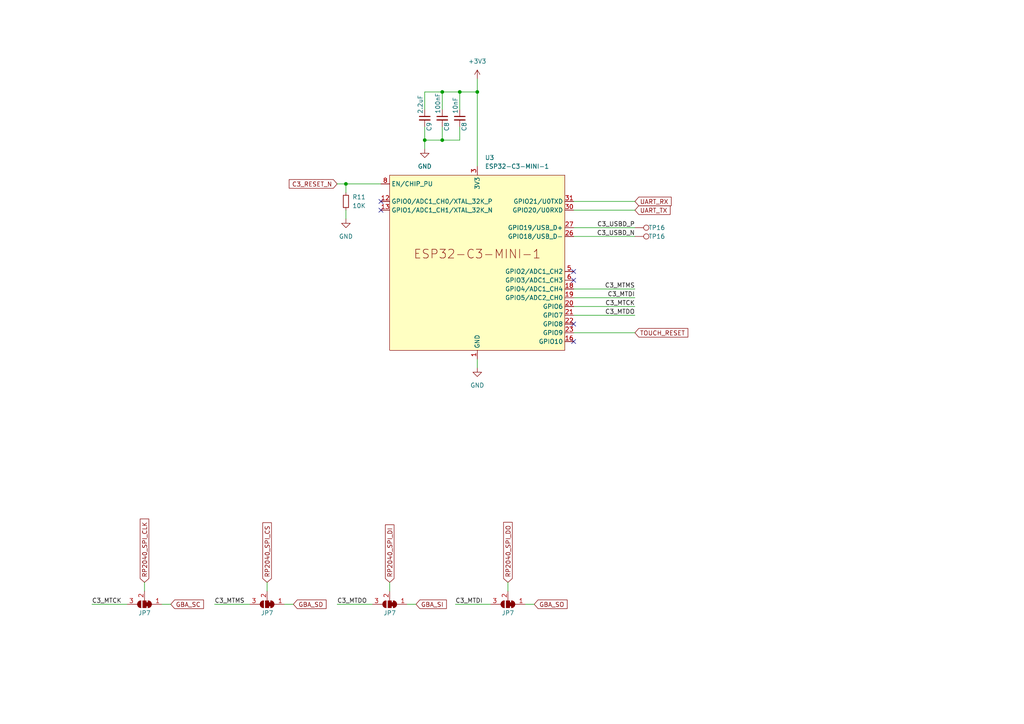
<source format=kicad_sch>
(kicad_sch (version 20230121) (generator eeschema)
  (paper "A4")
  (title_block (title "Kudzu") (date "2023-09-13") (rev "0"))
  (lib_symbols
    (symbol "Connector:TestPoint" (pin_numbers hide) (pin_names (offset 0.762) hide)
      (property "Reference" "TP" (at 0 6.858 0))
      (property "Value" "TestPoint" (at 0 5.08 0))
      (symbol "TestPoint_0_1"
        (circle (center 0 3.302) (radius 0.762))
      )
      (symbol "TestPoint_1_1"
        (pin passive line (at 0 0 90) (length 2.54) (name "1") (number "1"))
      )
    )
    (symbol "Device:C_Small" (pin_numbers hide) (pin_names (offset 0.254) hide)
      (property "Reference" "C" (at 0.254 1.778 0))
      (property "Value" "C_Small" (at 0.254 -2.032 0))
      (symbol "C_Small_0_1"
        (polyline (pts (xy -1.524 -0.508) (xy 1.524 -0.508)) (stroke (width 0.3302)))
        (polyline (pts (xy -1.524 0.508) (xy 1.524 0.508)) (stroke (width 0.3048)))
      )
      (symbol "C_Small_1_1"
        (pin passive line (at 0 2.54 270) (length 2.032) (name "~") (number "1"))
        (pin passive line (at 0 -2.54 90) (length 2.032) (name "~") (number "2"))
      )
    )
    (symbol "Device:R_Small" (pin_numbers hide) (pin_names (offset 0.254) hide)
      (property "Reference" "R" (at 0.762 0.508 0))
      (property "Value" "R_Small" (at 0.762 -1.016 0))
      (symbol "R_Small_0_1"
        (rectangle (start -0.762 1.778) (end 0.762 -1.778) (stroke (width 0.2032)))
      )
      (symbol "R_Small_1_1"
        (pin passive line (at 0 2.54 270) (length 0.762) (name "~") (number "1"))
        (pin passive line (at 0 -2.54 90) (length 0.762) (name "~") (number "2"))
      )
    )
    (symbol "Espressif:ESP32-C3-MINI-1"
      (property "Reference" "U" (at -25.4 30.48 0))
      (property "Value" "ESP32-C3-MINI-1" (at -25.4 27.94 0))
      (symbol "ESP32-C3-MINI-1_0_0"
        (text "ESP32-C3-MINI-1" (at 0 2.54 0) (effects (font (size 2.54 2.54))))
      )
      (symbol "ESP32-C3-MINI-1_0_1"
        (rectangle (start -25.4 25.4) (end 25.4 -25.4) (fill (type background)))
      )
      (symbol "ESP32-C3-MINI-1_1_1"
        (pin power_in line (at 0 -27.94 90) (length 2.54) (name "GND") (number "1"))
        (pin no_connect line (at -25.4 2.54 0) (length 2.54) hide (name "NC") (number "10"))
        (pin passive line (at 0 -27.94 90) (length 2.54) hide (name "GND") (number "11"))
        (pin bidirectional line (at -27.94 17.78 0) (length 2.54) (name "GPIO0/ADC1_CH0/XTAL_32K_P") (number "12"))
        (pin bidirectional line (at -27.94 15.24 0) (length 2.54) (name "GPIO1/ADC1_CH1/XTAL_32K_N") (number "13"))
        (pin passive line (at 0 -27.94 90) (length 2.54) hide (name "GND") (number "14"))
        (pin no_connect line (at -25.4 0 0) (length 2.54) hide (name "NC") (number "15"))
        (pin bidirectional line (at 27.94 -22.86 180) (length 2.54) (name "GPIO10") (number "16"))
        (pin no_connect line (at -25.4 -2.54 0) (length 2.54) hide (name "NC") (number "17"))
        (pin bidirectional line (at 27.94 -7.62 180) (length 2.54) (name "GPIO4/ADC1_CH4") (number "18"))
        (pin bidirectional line (at 27.94 -10.16 180) (length 2.54) (name "GPIO5/ADC2_CH0") (number "19"))
        (pin passive line (at 0 -27.94 90) (length 2.54) hide (name "GND") (number "2"))
        (pin bidirectional line (at 27.94 -12.7 180) (length 2.54) (name "GPIO6") (number "20"))
        (pin bidirectional line (at 27.94 -15.24 180) (length 2.54) (name "GPIO7") (number "21"))
        (pin bidirectional line (at 27.94 -17.78 180) (length 2.54) (name "GPIO8") (number "22"))
        (pin bidirectional line (at 27.94 -20.32 180) (length 2.54) (name "GPIO9") (number "23"))
        (pin no_connect line (at -25.4 -5.08 0) (length 2.54) hide (name "NC") (number "24"))
        (pin no_connect line (at -25.4 -7.62 0) (length 2.54) hide (name "NC") (number "25"))
        (pin bidirectional line (at 27.94 7.62 180) (length 2.54) (name "GPIO18/USB_D-") (number "26"))
        (pin bidirectional line (at 27.94 10.16 180) (length 2.54) (name "GPIO19/USB_D+") (number "27"))
        (pin no_connect line (at -25.4 -10.16 0) (length 2.54) hide (name "NC") (number "28"))
        (pin no_connect line (at -25.4 -12.7 0) (length 2.54) hide (name "NC") (number "29"))
        (pin power_in line (at 0 27.94 270) (length 2.54) (name "3V3") (number "3"))
        (pin bidirectional line (at 27.94 15.24 180) (length 2.54) (name "GPIO20/U0RXD") (number "30"))
        (pin bidirectional line (at 27.94 17.78 180) (length 2.54) (name "GPIO21/U0TXD") (number "31"))
        (pin no_connect line (at -25.4 -15.24 0) (length 2.54) hide (name "NC") (number "32"))
        (pin no_connect line (at -25.4 -17.78 0) (length 2.54) hide (name "NC") (number "33"))
        (pin no_connect line (at -25.4 -20.32 0) (length 2.54) hide (name "NC") (number "34"))
        (pin no_connect line (at -25.4 -22.86 0) (length 2.54) hide (name "NC") (number "35"))
        (pin passive line (at 0 -27.94 90) (length 2.54) hide (name "GND") (number "36"))
        (pin passive line (at 0 -27.94 90) (length 2.54) hide (name "GND") (number "37"))
        (pin passive line (at 0 -27.94 90) (length 2.54) hide (name "GND") (number "38"))
        (pin passive line (at 0 -27.94 90) (length 2.54) hide (name "GND") (number "39"))
        (pin no_connect line (at -25.4 10.16 0) (length 2.54) hide (name "NC") (number "4"))
        (pin passive line (at 0 -27.94 90) (length 2.54) hide (name "GND") (number "40"))
        (pin passive line (at 0 -27.94 90) (length 2.54) hide (name "GND") (number "41"))
        (pin passive line (at 0 -27.94 90) (length 2.54) hide (name "GND") (number "42"))
        (pin passive line (at 0 -27.94 90) (length 2.54) hide (name "GND") (number "43"))
        (pin passive line (at 0 -27.94 90) (length 2.54) hide (name "GND") (number "44"))
        (pin passive line (at 0 -27.94 90) (length 2.54) hide (name "GND") (number "45"))
        (pin passive line (at 0 -27.94 90) (length 2.54) hide (name "GND") (number "46"))
        (pin passive line (at 0 -27.94 90) (length 2.54) hide (name "GND") (number "47"))
        (pin passive line (at 0 -27.94 90) (length 2.54) hide (name "GND") (number "48"))
        (pin passive line (at 0 -27.94 90) (length 2.54) hide (name "GND") (number "49"))
        (pin bidirectional line (at 27.94 -2.54 180) (length 2.54) (name "GPIO2/ADC1_CH2") (number "5"))
        (pin passive line (at 0 -27.94 90) (length 2.54) hide (name "GND") (number "50"))
        (pin passive line (at 0 -27.94 90) (length 2.54) hide (name "GND") (number "51"))
        (pin passive line (at 0 -27.94 90) (length 2.54) hide (name "GND") (number "52"))
        (pin passive line (at 0 -27.94 90) (length 2.54) hide (name "GND") (number "53"))
        (pin bidirectional line (at 27.94 -5.08 180) (length 2.54) (name "GPIO3/ADC1_CH3") (number "6"))
        (pin no_connect line (at -25.4 7.62 0) (length 2.54) hide (name "NC") (number "7"))
        (pin input line (at -27.94 22.86 0) (length 2.54) (name "EN/CHIP_PU") (number "8"))
        (pin no_connect line (at -25.4 5.08 0) (length 2.54) hide (name "NC") (number "9"))
      )
    )
    (symbol "Jumper:SolderJumper_3_Bridged12" (pin_names (offset 0) hide)
      (property "Reference" "JP" (at -2.54 -2.54 0))
      (property "Value" "SolderJumper_3_Bridged12" (at 0 2.794 0))
      (symbol "SolderJumper_3_Bridged12_0_1"
        (rectangle (start -1.016 0.508) (end -0.508 -0.508) (fill (type outline)))
        (arc (start -1.016 1.016) (mid -2.0276 0) (end -1.016 -1.016))
        (arc (start -1.016 1.016) (mid -2.0276 0) (end -1.016 -1.016) (fill (type outline)))
        (rectangle (start -0.508 1.016) (end 0.508 -1.016) (fill (type outline)))
        (polyline (pts (xy -2.54 0) (xy -2.032 0)))
        (polyline (pts (xy -1.016 1.016) (xy -1.016 -1.016)))
        (polyline (pts (xy 0 -1.27) (xy 0 -1.016)))
        (polyline (pts (xy 1.016 1.016) (xy 1.016 -1.016)))
        (polyline (pts (xy 2.54 0) (xy 2.032 0)))
        (arc (start 1.016 -1.016) (mid 2.0276 0) (end 1.016 1.016))
        (arc (start 1.016 -1.016) (mid 2.0276 0) (end 1.016 1.016) (fill (type outline)))
      )
      (symbol "SolderJumper_3_Bridged12_1_1"
        (pin passive line (at -5.08 0 0) (length 2.54) (name "A") (number "1"))
        (pin passive line (at 0 -3.81 90) (length 2.54) (name "C") (number "2"))
        (pin passive line (at 5.08 0 180) (length 2.54) (name "B") (number "3"))
      )
    )
    (symbol "power:+3V3" (power) (pin_names (offset 0))
      (property "Value" "+3V3" (at 0 3.556 0))
      (symbol "+3V3_0_1"
        (polyline (pts (xy -0.762 1.27) (xy 0 2.54)))
        (polyline (pts (xy 0 0) (xy 0 2.54)))
        (polyline (pts (xy 0 2.54) (xy 0.762 1.27)))
      )
      (symbol "+3V3_1_1"
        (pin power_in line (at 0 0 90) (length 0) hide (name "+3V3") (number "1"))
      )
    )
    (symbol "power:GND" (power) (pin_names (offset 0))
      (property "Value" "GND" (at 0 -3.81 0))
      (symbol "GND_0_1"
        (polyline (pts (xy 0 0) (xy 0 -1.27) (xy 1.27 -1.27) (xy 0 -2.54) (xy -1.27 -1.27) (xy 0 -1.27)))
      )
      (symbol "GND_1_1"
        (pin power_in line (at 0 0 270) (length 0) hide (name "GND") (number "1"))
      )
    )
  )
  (junction (at 128.27 40.64))
  (junction (at 100.33 53.34))
  (junction (at 128.27 26.67))
  (junction (at 133.35 26.67))
  (junction (at 123.19 40.64))
  (junction (at 138.43 26.67))
  (no_connect (at 110.49 58.42))
  (no_connect (at 110.49 60.96))
  (no_connect (at 166.37 93.98))
  (no_connect (at 166.37 78.74))
  (no_connect (at 166.37 99.06))
  (no_connect (at 166.37 81.28))
  (wire (pts (xy 26.67 175.26) (xy 36.83 175.26)))
  (wire (pts (xy 138.43 104.14) (xy 138.43 106.68)))
  (wire (pts (xy 118.11 175.26) (xy 120.65 175.26)))
  (wire (pts (xy 128.27 26.67) (xy 133.35 26.67)))
  (wire (pts (xy 138.43 26.67) (xy 138.43 48.26)))
  (wire (pts (xy 41.91 168.91) (xy 41.91 171.45)))
  (wire (pts (xy 152.4 175.26) (xy 154.94 175.26)))
  (wire (pts (xy 166.37 88.9) (xy 184.15 88.9)))
  (wire (pts (xy 123.19 31.75) (xy 123.19 26.67)))
  (wire (pts (xy 100.33 53.34) (xy 110.49 53.34)))
  (wire (pts (xy 82.55 175.26) (xy 85.09 175.26)))
  (wire (pts (xy 100.33 60.96) (xy 100.33 63.5)))
  (wire (pts (xy 100.33 53.34) (xy 100.33 55.88)))
  (wire (pts (xy 166.37 96.52) (xy 184.15 96.52)))
  (wire (pts (xy 123.19 36.83) (xy 123.19 40.64)))
  (wire (pts (xy 97.79 175.26) (xy 107.95 175.26)))
  (wire (pts (xy 166.37 91.44) (xy 184.15 91.44)))
  (wire (pts (xy 166.37 86.36) (xy 184.15 86.36)))
  (wire (pts (xy 166.37 68.58) (xy 184.15 68.58)))
  (wire (pts (xy 46.99 175.26) (xy 49.53 175.26)))
  (wire (pts (xy 128.27 40.64) (xy 133.35 40.64)))
  (wire (pts (xy 147.32 168.91) (xy 147.32 171.45)))
  (wire (pts (xy 113.03 168.91) (xy 113.03 171.45)))
  (wire (pts (xy 166.37 66.04) (xy 184.15 66.04)))
  (wire (pts (xy 138.43 22.86) (xy 138.43 26.67)))
  (wire (pts (xy 166.37 58.42) (xy 184.15 58.42)))
  (wire (pts (xy 123.19 40.64) (xy 123.19 43.18)))
  (wire (pts (xy 166.37 60.96) (xy 184.15 60.96)))
  (wire (pts (xy 97.79 53.34) (xy 100.33 53.34)))
  (wire (pts (xy 133.35 26.67) (xy 133.35 31.75)))
  (wire (pts (xy 133.35 26.67) (xy 138.43 26.67)))
  (wire (pts (xy 133.35 40.64) (xy 133.35 36.83)))
  (wire (pts (xy 166.37 83.82) (xy 184.15 83.82)))
  (wire (pts (xy 132.08 175.26) (xy 142.24 175.26)))
  (wire (pts (xy 123.19 26.67) (xy 128.27 26.67)))
  (wire (pts (xy 62.23 175.26) (xy 72.39 175.26)))
  (wire (pts (xy 128.27 36.83) (xy 128.27 40.64)))
  (wire (pts (xy 128.27 26.67) (xy 128.27 31.75)))
  (wire (pts (xy 77.47 168.91) (xy 77.47 171.45)))
  (wire (pts (xy 123.19 40.64) (xy 128.27 40.64)))
  (label "C3_MTCK" (at 184.15 88.9 180))
  (label "C3_MTDO" (at 184.15 91.44 180))
  (label "C3_MTDI" (at 184.15 86.36 180))
  (label "C3_MTDO" (at 97.79 175.26 0))
  (label "C3_USBD_P" (at 184.15 66.04 180))
  (label "C3_MTMS" (at 184.15 83.82 180))
  (label "C3_USBD_N" (at 184.15 68.58 180))
  (label "C3_MTDI" (at 132.08 175.26 0))
  (label "C3_MTCK" (at 26.67 175.26 0))
  (label "C3_MTMS" (at 62.23 175.26 0))
  (global_label "C3_RESET_N" (shape input) (at 97.79 53.34 180) (property "Intersheetrefs" "${INTERSHEET_REFS}" (effects hide)))
  (global_label "RP2040_SPI_CLK" (shape input) (at 41.91 168.91 90) (property "Intersheetrefs" "${INTERSHEET_REFS}" (effects hide)))
  (global_label "GBA_SI" (shape input) (at 120.65 175.26 0) (property "Intersheetrefs" "${INTERSHEET_REFS}" (effects hide)))
  (global_label "RP2040_SPI_DO" (shape input) (at 147.32 168.91 90) (property "Intersheetrefs" "${INTERSHEET_REFS}" (effects hide)))
  (global_label "RP2040_SPI_CS" (shape input) (at 77.47 168.91 90) (property "Intersheetrefs" "${INTERSHEET_REFS}" (effects hide)))
  (global_label "GBA_SO" (shape input) (at 154.94 175.26 0) (property "Intersheetrefs" "${INTERSHEET_REFS}" (effects hide)))
  (global_label "UART_TX" (shape input) (at 184.15 60.96 0) (property "Intersheetrefs" "${INTERSHEET_REFS}" (effects hide)))
  (global_label "TOUCH_RESET" (shape input) (at 184.15 96.52 0) (property "Intersheetrefs" "${INTERSHEET_REFS}" (effects hide)))
  (global_label "GBA_SD" (shape input) (at 85.09 175.26 0) (property "Intersheetrefs" "${INTERSHEET_REFS}" (effects hide)))
  (global_label "RP2040_SPI_DI" (shape input) (at 113.03 168.91 90) (property "Intersheetrefs" "${INTERSHEET_REFS}" (effects hide)))
  (global_label "GBA_SC" (shape input) (at 49.53 175.26 0) (property "Intersheetrefs" "${INTERSHEET_REFS}" (effects hide)))
  (global_label "UART_RX" (shape input) (at 184.15 58.42 0) (property "Intersheetrefs" "${INTERSHEET_REFS}" (effects hide)))
  (symbol (lib_id "Jumper:SolderJumper_3_Bridged12") (at 113.03 175.26 180) (unit 1)
    (property "Reference" "JP7" (at 113.03 177.8 0))
    (property "Value" "SolderJumper_3_Bridged12" (effects hide))
    (property "Footprint" "Jumper:SolderJumper-3_P1.3mm_Bridged12_RoundedPad1.0x1.5mm" (effects hide))
    (instances (project "kudzu" (path "" (reference "JP7") (unit 1)) (path "" (reference "JP11") (unit 1))))
  )
  (symbol (lib_id "Jumper:SolderJumper_3_Bridged12") (at 147.32 175.26 180) (unit 1)
    (property "Reference" "JP7" (at 147.32 177.8 0))
    (property "Value" "SolderJumper_3_Bridged12" (effects hide))
    (property "Footprint" "Jumper:SolderJumper-3_P1.3mm_Bridged12_RoundedPad1.0x1.5mm" (effects hide))
    (instances (project "kudzu" (path "" (reference "JP7") (unit 1)) (path "" (reference "JP12") (unit 1))))
  )
  (symbol (lib_id "Device:C_Small") (at 123.19 34.29 0) (unit 1)
    (property "Reference" "C9" (at 124.46 38.1 90) (effects (justify left)))
    (property "Value" "2.2uF" (at 121.92 33.02 90) (effects (justify left)))
    (property "Footprint" "Capacitor_SMD:C_0603_1608Metric" (effects hide))
    (instances (project "kudzu" (path "" (reference "C9") (unit 1)) (path "" (reference "C9") (unit 1)) (path "" (reference "C30") (unit 1))))
  )
  (symbol (lib_id "Device:C_Small") (at 133.35 34.29 0) (unit 1)
    (property "Reference" "C8" (at 134.62 38.1 90) (effects (justify left)))
    (property "Value" "10nF" (at 132.08 33.02 90) (effects (justify left)))
    (property "Footprint" "Capacitor_SMD:C_0603_1608Metric" (effects hide))
    (instances (project "kudzu" (path "" (reference "C8") (unit 1)) (path "" (reference "C25") (unit 1)) (path "" (reference "C29") (unit 1))))
  )
  (symbol (lib_id "Device:R_Small") (at 100.33 58.42 0) (unit 1)
    (property "Reference" "R11" (at 104.14 57.15 0))
    (property "Value" "10K" (at 104.14 59.69 0))
    (property "Footprint" "Resistor_SMD:R_0603_1608Metric" (effects hide))
    (instances (project "kudzu" (path "" (reference "R11") (unit 1)) (path "" (reference "R36") (unit 1)) (path "" (reference "R9") (unit 1))))
  )
  (symbol (lib_id "Jumper:SolderJumper_3_Bridged12") (at 41.91 175.26 180) (unit 1)
    (property "Reference" "JP7" (at 41.91 177.8 0))
    (property "Value" "SolderJumper_3_Bridged12" (effects hide))
    (property "Footprint" "Jumper:SolderJumper-3_P1.3mm_Bridged12_RoundedPad1.0x1.5mm" (effects hide))
    (instances (project "kudzu" (path "" (reference "JP7") (unit 1)) (path "" (reference "JP9") (unit 1))))
  )
  (symbol (lib_id "Connector:TestPoint") (at 184.15 66.04 270) (unit 1)
    (property "Reference" "TP16" (at 190.5 66.04 90))
    (property "Value" "DISP_RESET" (effects hide))
    (property "Footprint" "TestPoint:TestPoint_Pad_D1.0mm" (effects hide))
    (instances (project "kudzu" (path "" (reference "TP16") (unit 1)) (path "" (reference "TP16") (unit 1)) (path "" (reference "TP1") (unit 1))))
  )
  (symbol (lib_id "power:GND") (at 138.43 106.68 0) (unit 1)
    (property "Reference" "#PWR037" (effects hide))
    (property "Value" "GND" (at 138.43 111.76 0))
    (instances (project "kudzu" (path "" (reference "#PWR037") (unit 1)) (path "" (reference "#PWR071") (unit 1)) (path "" (reference "#PWR0103") (unit 1))))
  )
  (symbol (lib_id "Jumper:SolderJumper_3_Bridged12") (at 77.47 175.26 180) (unit 1)
    (property "Reference" "JP7" (at 77.47 177.8 0))
    (property "Value" "SolderJumper_3_Bridged12" (effects hide))
    (property "Footprint" "Jumper:SolderJumper-3_P1.3mm_Bridged12_RoundedPad1.0x1.5mm" (effects hide))
    (instances (project "kudzu" (path "" (reference "JP7") (unit 1)) (path "" (reference "JP10") (unit 1))))
  )
  (symbol (lib_id "Espressif:ESP32-C3-MINI-1") (at 138.43 76.2 0) (unit 1)
    (property "Reference" "U3" (at 140.6241 45.72 0) (effects (justify left)))
    (property "Value" "ESP32-C3-MINI-1" (at 140.6241 48.26 0) (effects (justify left)))
    (property "Footprint" "Espressif:ESP32-C3-MINI-1_HandSoldering" (effects hide))
    (property "Datasheet" "https://www.espressif.com/sites/default/files/documentation/esp32-c3-mini-1_datasheet_en.pdf" (effects hide))
  )
  (symbol (lib_id "Connector:TestPoint") (at 184.15 68.58 270) (unit 1)
    (property "Reference" "TP16" (at 190.5 68.58 90))
    (property "Value" "DISP_RESET" (effects hide))
    (property "Footprint" "TestPoint:TestPoint_Pad_D1.0mm" (effects hide))
    (instances (project "kudzu" (path "" (reference "TP16") (unit 1)) (path "" (reference "TP16") (unit 1)) (path "" (reference "TP2") (unit 1))))
  )
  (symbol (lib_id "power:GND") (at 100.33 63.5 0) (unit 1)
    (property "Reference" "#PWR065" (effects hide))
    (property "Value" "GND" (at 100.33 68.58 0))
    (instances (project "kudzu" (path "" (reference "#PWR065") (unit 1)) (path "" (reference "#PWR062") (unit 1)) (path "" (reference "#PWR0105") (unit 1))))
  )
  (symbol (lib_id "power:+3V3") (at 138.43 22.86 0) (mirror y) (unit 1)
    (property "Reference" "#PWR061" (effects hide))
    (property "Value" "+3V3" (at 138.43 17.78 0))
    (instances (project "kudzu" (path "" (reference "#PWR061") (unit 1)) (path "" (reference "#PWR069") (unit 1)) (path "" (reference "#PWR0104") (unit 1))))
  )
  (symbol (lib_id "Device:C_Small") (at 128.27 34.29 0) (unit 1)
    (property "Reference" "C8" (at 129.54 38.1 90) (effects (justify left)))
    (property "Value" "100nF" (at 127 33.02 90) (effects (justify left)))
    (property "Footprint" "Capacitor_SMD:C_0603_1608Metric" (effects hide))
    (instances (project "kudzu" (path "" (reference "C8") (unit 1)) (path "" (reference "C25") (unit 1)) (path "" (reference "C31") (unit 1))))
  )
  (symbol (lib_id "power:GND") (at 123.19 43.18 0) (unit 1)
    (property "Reference" "#PWR065" (effects hide))
    (property "Value" "GND" (at 123.19 48.26 0))
    (instances (project "kudzu" (path "" (reference "#PWR065") (unit 1)) (path "" (reference "#PWR062") (unit 1)) (path "" (reference "#PWR0106") (unit 1))))
  )
)
</source>
